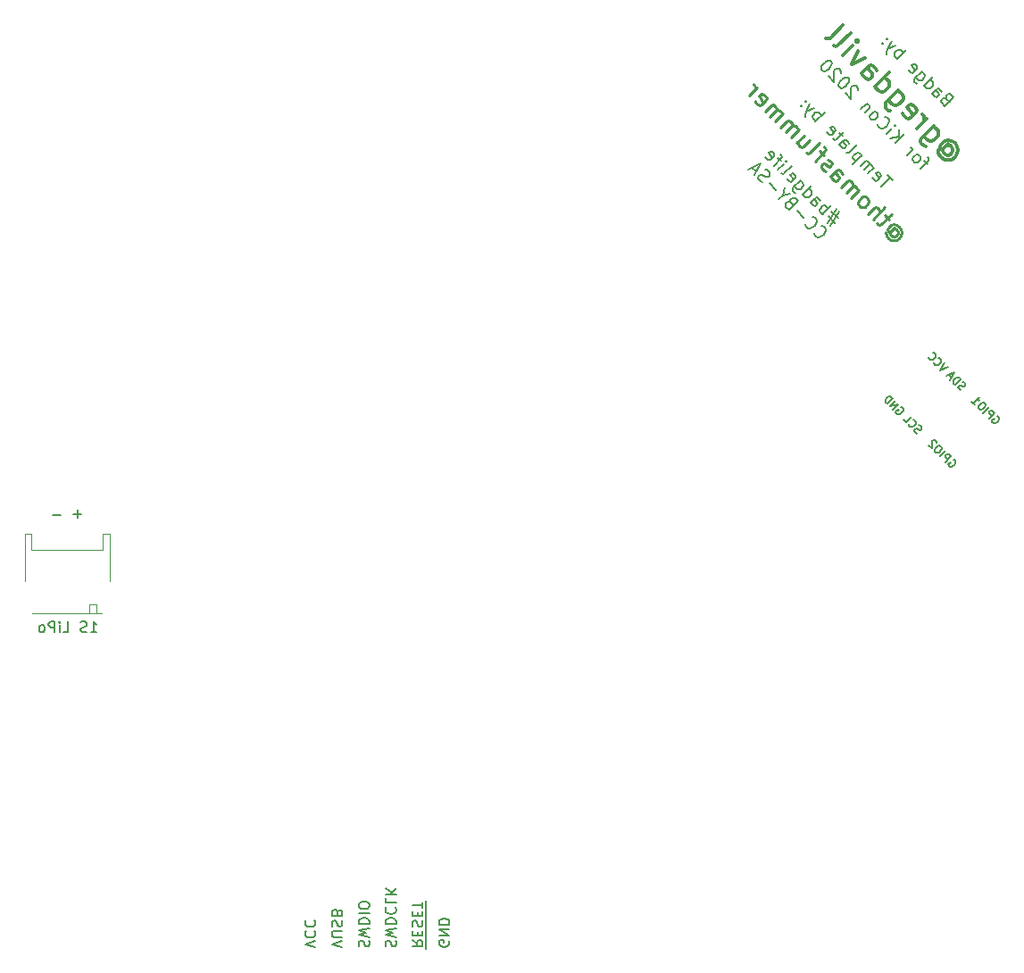
<source format=gbo>
G04 #@! TF.GenerationSoftware,KiCad,Pcbnew,5.99.0-unknown-748bee1bc~104~ubuntu20.04.1*
G04 #@! TF.CreationDate,2020-09-24T12:18:17+09:30*
G04 #@! TF.ProjectId,badge,62616467-652e-46b6-9963-61645f706362,0.1*
G04 #@! TF.SameCoordinates,Original*
G04 #@! TF.FileFunction,Legend,Bot*
G04 #@! TF.FilePolarity,Positive*
%FSLAX46Y46*%
G04 Gerber Fmt 4.6, Leading zero omitted, Abs format (unit mm)*
G04 Created by KiCad (PCBNEW 5.99.0-unknown-748bee1bc~104~ubuntu20.04.1) date 2020-09-24 12:18:17*
%MOMM*%
%LPD*%
G01*
G04 APERTURE LIST*
%ADD10C,0.350000*%
%ADD11C,0.200000*%
%ADD12C,0.250000*%
%ADD13C,0.150000*%
%ADD14C,0.120000*%
%ADD15C,0.650000*%
%ADD16O,0.900000X2.100000*%
%ADD17O,1.000000X1.800000*%
%ADD18C,1.727200*%
%ADD19R,0.800000X3.000000*%
%ADD20R,0.900000X1.700000*%
G04 APERTURE END LIST*
D10*
X141566437Y-68472636D02*
X141701124Y-68472636D01*
X141903154Y-68539980D01*
X142037841Y-68674667D01*
X142105185Y-68876697D01*
X142105185Y-69011384D01*
X142037841Y-69213415D01*
X141903154Y-69348102D01*
X141701124Y-69415446D01*
X141566437Y-69415446D01*
X141364406Y-69348102D01*
X141229719Y-69213415D01*
X141162376Y-69011384D01*
X141162376Y-68876697D01*
X141701124Y-68337949D02*
X141162376Y-68876697D01*
X141027689Y-68876697D01*
X140960345Y-68809354D01*
X140893002Y-68607323D01*
X140960345Y-68405293D01*
X141297063Y-68068575D01*
X141633780Y-68001232D01*
X141970498Y-68068575D01*
X142307216Y-68270606D01*
X142509246Y-68607323D01*
X142576590Y-68944041D01*
X142509246Y-69280759D01*
X142307216Y-69617476D01*
X141970498Y-69819507D01*
X141633780Y-69886850D01*
X141297063Y-69819507D01*
X140960345Y-69617476D01*
X140758315Y-69280759D01*
X140690971Y-68944041D01*
X140286910Y-66654362D02*
X139142071Y-67799201D01*
X139074727Y-68001232D01*
X139074727Y-68135919D01*
X139142071Y-68337949D01*
X139344101Y-68539980D01*
X139546132Y-68607323D01*
X139411445Y-67529827D02*
X139478788Y-67731858D01*
X139748162Y-68001232D01*
X139950193Y-68068575D01*
X140084880Y-68068575D01*
X140286910Y-68001232D01*
X140690971Y-67597171D01*
X140758315Y-67395140D01*
X140758315Y-67260453D01*
X140690971Y-67058423D01*
X140421597Y-66789049D01*
X140219567Y-66721705D01*
X138670666Y-66923736D02*
X139613475Y-65980927D01*
X139344101Y-66250301D02*
X139411445Y-66048270D01*
X139411445Y-65913583D01*
X139344101Y-65711553D01*
X139209414Y-65576866D01*
X137323796Y-65442179D02*
X137391140Y-65644209D01*
X137660514Y-65913583D01*
X137862544Y-65980927D01*
X138064575Y-65913583D01*
X138603323Y-65374835D01*
X138670666Y-65172805D01*
X138603323Y-64970774D01*
X138333949Y-64701400D01*
X138131918Y-64634057D01*
X137929888Y-64701400D01*
X137795201Y-64836087D01*
X138333949Y-65644209D01*
X136919735Y-63287187D02*
X135774896Y-64432026D01*
X135707552Y-64634057D01*
X135707552Y-64768744D01*
X135774896Y-64970774D01*
X135976926Y-65172805D01*
X136178957Y-65240148D01*
X136044270Y-64162652D02*
X136111613Y-64364683D01*
X136380987Y-64634057D01*
X136583018Y-64701400D01*
X136717705Y-64701400D01*
X136919735Y-64634057D01*
X137323796Y-64229996D01*
X137391140Y-64027965D01*
X137391140Y-63893278D01*
X137323796Y-63691248D01*
X137054422Y-63421874D01*
X136852392Y-63354530D01*
X134697400Y-62950469D02*
X136111613Y-61536256D01*
X134764743Y-62883126D02*
X134832087Y-63085156D01*
X135101461Y-63354530D01*
X135303491Y-63421874D01*
X135438178Y-63421874D01*
X135640209Y-63354530D01*
X136044270Y-62950469D01*
X136111613Y-62748439D01*
X136111613Y-62613752D01*
X136044270Y-62411721D01*
X135774896Y-62142347D01*
X135572865Y-62075004D01*
X133417873Y-61670943D02*
X134158652Y-60930164D01*
X134360682Y-60862821D01*
X134562713Y-60930164D01*
X134832087Y-61199538D01*
X134899430Y-61401569D01*
X133485217Y-61603599D02*
X133552560Y-61805630D01*
X133889278Y-62142347D01*
X134091308Y-62209691D01*
X134293339Y-62142347D01*
X134428026Y-62007660D01*
X134495369Y-61805630D01*
X134428026Y-61603599D01*
X134091308Y-61266882D01*
X134023965Y-61064851D01*
X133821934Y-60189386D02*
X132542408Y-60795477D01*
X133148499Y-59515951D01*
X131666942Y-59920012D02*
X132609751Y-58977203D01*
X133081156Y-58505798D02*
X133081156Y-58640485D01*
X132946469Y-58640485D01*
X132946469Y-58505798D01*
X133081156Y-58505798D01*
X132946469Y-58640485D01*
X130791476Y-59044546D02*
X130993507Y-59111890D01*
X131195538Y-59044546D01*
X132407721Y-57832363D01*
X130050698Y-58303768D02*
X130252728Y-58371111D01*
X130454759Y-58303768D01*
X131666942Y-57091584D01*
D11*
X57495443Y-103514461D02*
X56733538Y-103514461D01*
X88358128Y-144473757D02*
X88310509Y-144330900D01*
X88310509Y-144092805D01*
X88358128Y-143997567D01*
X88405747Y-143949948D01*
X88500985Y-143902329D01*
X88596223Y-143902329D01*
X88691461Y-143949948D01*
X88739080Y-143997567D01*
X88786699Y-144092805D01*
X88834318Y-144283281D01*
X88881937Y-144378519D01*
X88929556Y-144426138D01*
X89024794Y-144473757D01*
X89120032Y-144473757D01*
X89215270Y-144426138D01*
X89262890Y-144378519D01*
X89310509Y-144283281D01*
X89310509Y-144045186D01*
X89262890Y-143902329D01*
X89310509Y-143568995D02*
X88310509Y-143330900D01*
X89024794Y-143140424D01*
X88310509Y-142949948D01*
X89310509Y-142711853D01*
X88310509Y-142330900D02*
X89310509Y-142330900D01*
X89310509Y-142092805D01*
X89262890Y-141949948D01*
X89167651Y-141854710D01*
X89072413Y-141807091D01*
X88881937Y-141759472D01*
X88739080Y-141759472D01*
X88548604Y-141807091D01*
X88453366Y-141854710D01*
X88358128Y-141949948D01*
X88310509Y-142092805D01*
X88310509Y-142330900D01*
X88405747Y-140759472D02*
X88358128Y-140807091D01*
X88310509Y-140949948D01*
X88310509Y-141045186D01*
X88358128Y-141188043D01*
X88453366Y-141283281D01*
X88548604Y-141330900D01*
X88739080Y-141378519D01*
X88881937Y-141378519D01*
X89072413Y-141330900D01*
X89167651Y-141283281D01*
X89262890Y-141188043D01*
X89310509Y-141045186D01*
X89310509Y-140949948D01*
X89262890Y-140807091D01*
X89215270Y-140759472D01*
X88310509Y-139854710D02*
X88310509Y-140330900D01*
X89310509Y-140330900D01*
X88310509Y-139521376D02*
X89310509Y-139521376D01*
X88310509Y-138949948D02*
X88881937Y-139378519D01*
X89310509Y-138949948D02*
X88739080Y-139521376D01*
X92107490Y-144689634D02*
X92107490Y-143689634D01*
X90825109Y-143880110D02*
X91301299Y-144213443D01*
X90825109Y-144451538D02*
X91825109Y-144451538D01*
X91825109Y-144070586D01*
X91777490Y-143975348D01*
X91729870Y-143927729D01*
X91634632Y-143880110D01*
X91491775Y-143880110D01*
X91396537Y-143927729D01*
X91348918Y-143975348D01*
X91301299Y-144070586D01*
X91301299Y-144451538D01*
X92107490Y-143689634D02*
X92107490Y-142784872D01*
X91348918Y-143451538D02*
X91348918Y-143118205D01*
X90825109Y-142975348D02*
X90825109Y-143451538D01*
X91825109Y-143451538D01*
X91825109Y-142975348D01*
X92107490Y-142784872D02*
X92107490Y-141832491D01*
X90872728Y-142594395D02*
X90825109Y-142451538D01*
X90825109Y-142213443D01*
X90872728Y-142118205D01*
X90920347Y-142070586D01*
X91015585Y-142022967D01*
X91110823Y-142022967D01*
X91206061Y-142070586D01*
X91253680Y-142118205D01*
X91301299Y-142213443D01*
X91348918Y-142403919D01*
X91396537Y-142499157D01*
X91444156Y-142546776D01*
X91539394Y-142594395D01*
X91634632Y-142594395D01*
X91729870Y-142546776D01*
X91777490Y-142499157D01*
X91825109Y-142403919D01*
X91825109Y-142165824D01*
X91777490Y-142022967D01*
X92107490Y-141832491D02*
X92107490Y-140927729D01*
X91348918Y-141594395D02*
X91348918Y-141261062D01*
X90825109Y-141118205D02*
X90825109Y-141594395D01*
X91825109Y-141594395D01*
X91825109Y-141118205D01*
X92107490Y-140927729D02*
X92107490Y-140165824D01*
X91825109Y-140832491D02*
X91825109Y-140261062D01*
X90825109Y-140546776D02*
X91825109Y-140546776D01*
X81665109Y-144568995D02*
X80665109Y-144235662D01*
X81665109Y-143902329D01*
X80760347Y-142997567D02*
X80712728Y-143045186D01*
X80665109Y-143188043D01*
X80665109Y-143283281D01*
X80712728Y-143426138D01*
X80807966Y-143521376D01*
X80903204Y-143568995D01*
X81093680Y-143616614D01*
X81236537Y-143616614D01*
X81427013Y-143568995D01*
X81522251Y-143521376D01*
X81617490Y-143426138D01*
X81665109Y-143283281D01*
X81665109Y-143188043D01*
X81617490Y-143045186D01*
X81569870Y-142997567D01*
X80760347Y-141997567D02*
X80712728Y-142045186D01*
X80665109Y-142188043D01*
X80665109Y-142283281D01*
X80712728Y-142426138D01*
X80807966Y-142521376D01*
X80903204Y-142568995D01*
X81093680Y-142616614D01*
X81236537Y-142616614D01*
X81427013Y-142568995D01*
X81522251Y-142521376D01*
X81617490Y-142426138D01*
X81665109Y-142283281D01*
X81665109Y-142188043D01*
X81617490Y-142045186D01*
X81569870Y-141997567D01*
X84205109Y-144568995D02*
X83205109Y-144235662D01*
X84205109Y-143902329D01*
X84205109Y-143568995D02*
X83395585Y-143568995D01*
X83300347Y-143521376D01*
X83252728Y-143473757D01*
X83205109Y-143378519D01*
X83205109Y-143188043D01*
X83252728Y-143092805D01*
X83300347Y-143045186D01*
X83395585Y-142997567D01*
X84205109Y-142997567D01*
X83252728Y-142568995D02*
X83205109Y-142426138D01*
X83205109Y-142188043D01*
X83252728Y-142092805D01*
X83300347Y-142045186D01*
X83395585Y-141997567D01*
X83490823Y-141997567D01*
X83586061Y-142045186D01*
X83633680Y-142092805D01*
X83681299Y-142188043D01*
X83728918Y-142378519D01*
X83776537Y-142473757D01*
X83824156Y-142521376D01*
X83919394Y-142568995D01*
X84014632Y-142568995D01*
X84109870Y-142521376D01*
X84157490Y-142473757D01*
X84205109Y-142378519D01*
X84205109Y-142140424D01*
X84157490Y-141997567D01*
X83728918Y-141235662D02*
X83681299Y-141092805D01*
X83633680Y-141045186D01*
X83538442Y-140997567D01*
X83395585Y-140997567D01*
X83300347Y-141045186D01*
X83252728Y-141092805D01*
X83205109Y-141188043D01*
X83205109Y-141568995D01*
X84205109Y-141568995D01*
X84205109Y-141235662D01*
X84157490Y-141140424D01*
X84109870Y-141092805D01*
X84014632Y-141045186D01*
X83919394Y-141045186D01*
X83824156Y-141092805D01*
X83776537Y-141140424D01*
X83728918Y-141235662D01*
X83728918Y-141568995D01*
X85818128Y-144473757D02*
X85770509Y-144330900D01*
X85770509Y-144092805D01*
X85818128Y-143997567D01*
X85865747Y-143949948D01*
X85960985Y-143902329D01*
X86056223Y-143902329D01*
X86151461Y-143949948D01*
X86199080Y-143997567D01*
X86246699Y-144092805D01*
X86294318Y-144283281D01*
X86341937Y-144378519D01*
X86389556Y-144426138D01*
X86484794Y-144473757D01*
X86580032Y-144473757D01*
X86675270Y-144426138D01*
X86722890Y-144378519D01*
X86770509Y-144283281D01*
X86770509Y-144045186D01*
X86722890Y-143902329D01*
X86770509Y-143568995D02*
X85770509Y-143330900D01*
X86484794Y-143140424D01*
X85770509Y-142949948D01*
X86770509Y-142711853D01*
X85770509Y-142330900D02*
X86770509Y-142330900D01*
X86770509Y-142092805D01*
X86722890Y-141949948D01*
X86627651Y-141854710D01*
X86532413Y-141807091D01*
X86341937Y-141759472D01*
X86199080Y-141759472D01*
X86008604Y-141807091D01*
X85913366Y-141854710D01*
X85818128Y-141949948D01*
X85770509Y-142092805D01*
X85770509Y-142330900D01*
X85770509Y-141330900D02*
X86770509Y-141330900D01*
X86770509Y-140664234D02*
X86770509Y-140473757D01*
X86722890Y-140378519D01*
X86627651Y-140283281D01*
X86437175Y-140235662D01*
X86103842Y-140235662D01*
X85913366Y-140283281D01*
X85818128Y-140378519D01*
X85770509Y-140473757D01*
X85770509Y-140664234D01*
X85818128Y-140759472D01*
X85913366Y-140854710D01*
X86103842Y-140902329D01*
X86437175Y-140902329D01*
X86627651Y-140854710D01*
X86722890Y-140759472D01*
X86770509Y-140664234D01*
D12*
X136446979Y-76366647D02*
X136554728Y-76366647D01*
X136716353Y-76420522D01*
X136824102Y-76528271D01*
X136877977Y-76689896D01*
X136877977Y-76797645D01*
X136824102Y-76959270D01*
X136716353Y-77067019D01*
X136554728Y-77120894D01*
X136446979Y-77120894D01*
X136285354Y-77067019D01*
X136177605Y-76959270D01*
X136123730Y-76797645D01*
X136123730Y-76689896D01*
X136554728Y-76258897D02*
X136123730Y-76689896D01*
X136015980Y-76689896D01*
X135962106Y-76636021D01*
X135908231Y-76474397D01*
X135962106Y-76312772D01*
X136231480Y-76043398D01*
X136500854Y-75989523D01*
X136770228Y-76043398D01*
X137039602Y-76205023D01*
X137201226Y-76474397D01*
X137255101Y-76743771D01*
X137201226Y-77013145D01*
X137039602Y-77282519D01*
X136770228Y-77444143D01*
X136500854Y-77498018D01*
X136231480Y-77444143D01*
X135962106Y-77282519D01*
X135800481Y-77013145D01*
X135746606Y-76743771D01*
X136069855Y-75558525D02*
X135638857Y-75127527D01*
X136285354Y-75019777D02*
X135315608Y-75989523D01*
X135153984Y-76043398D01*
X134992359Y-75989523D01*
X134884610Y-75881774D01*
X134507486Y-75504650D02*
X135638857Y-74373279D01*
X134022613Y-75019777D02*
X134615235Y-74427154D01*
X134776860Y-74373279D01*
X134938484Y-74427154D01*
X135100109Y-74588778D01*
X135153984Y-74750403D01*
X135153984Y-74858153D01*
X133322240Y-74319404D02*
X133483865Y-74373279D01*
X133591614Y-74373279D01*
X133753239Y-74319404D01*
X134076487Y-73996156D01*
X134130362Y-73834531D01*
X134130362Y-73726782D01*
X134076487Y-73565157D01*
X133914863Y-73403533D01*
X133753239Y-73349658D01*
X133645489Y-73349658D01*
X133483865Y-73403533D01*
X133160616Y-73726782D01*
X133106741Y-73888406D01*
X133106741Y-73996156D01*
X133160616Y-74157780D01*
X133322240Y-74319404D01*
X132460243Y-73457408D02*
X133214491Y-72703160D01*
X133106741Y-72810910D02*
X133106741Y-72703160D01*
X133052866Y-72541536D01*
X132891242Y-72379912D01*
X132729617Y-72326037D01*
X132567993Y-72379912D01*
X131975370Y-72972534D01*
X132567993Y-72379912D02*
X132621868Y-72218287D01*
X132567993Y-72056663D01*
X132406369Y-71895038D01*
X132244744Y-71841164D01*
X132083120Y-71895038D01*
X131490497Y-72487661D01*
X130466876Y-71464040D02*
X131059499Y-70871417D01*
X131221123Y-70817542D01*
X131382747Y-70871417D01*
X131598247Y-71086916D01*
X131652121Y-71248541D01*
X130520751Y-71410165D02*
X130574625Y-71571790D01*
X130843999Y-71841164D01*
X131005624Y-71895038D01*
X131167248Y-71841164D01*
X131274998Y-71733414D01*
X131328873Y-71571790D01*
X131274998Y-71410165D01*
X131005624Y-71140791D01*
X130951749Y-70979167D01*
X130035877Y-70925292D02*
X129874253Y-70871417D01*
X129658754Y-70655918D01*
X129604879Y-70494294D01*
X129658754Y-70332669D01*
X129712628Y-70278794D01*
X129874253Y-70224920D01*
X130035877Y-70278794D01*
X130197502Y-70440419D01*
X130359126Y-70494294D01*
X130520751Y-70440419D01*
X130574625Y-70386544D01*
X130628500Y-70224920D01*
X130574625Y-70063295D01*
X130413001Y-69901671D01*
X130251377Y-69847796D01*
X129928128Y-69416797D02*
X129497129Y-68985799D01*
X129012256Y-70009420D02*
X129982002Y-69039674D01*
X130035877Y-68878049D01*
X129982002Y-68716425D01*
X129874253Y-68608675D01*
X128204134Y-69201298D02*
X128365758Y-69255173D01*
X128527383Y-69201298D01*
X129497129Y-68231552D01*
X128042510Y-67531179D02*
X127288262Y-68285427D01*
X128527383Y-68016053D02*
X127934760Y-68608675D01*
X127773136Y-68662550D01*
X127611511Y-68608675D01*
X127449887Y-68447051D01*
X127396012Y-68285427D01*
X127396012Y-68177677D01*
X126749514Y-67746679D02*
X127503762Y-66992431D01*
X127396012Y-67100181D02*
X127396012Y-66992431D01*
X127342137Y-66830807D01*
X127180513Y-66669183D01*
X127018888Y-66615308D01*
X126857264Y-66669183D01*
X126264641Y-67261805D01*
X126857264Y-66669183D02*
X126911139Y-66507558D01*
X126857264Y-66345934D01*
X126695640Y-66184309D01*
X126534015Y-66130435D01*
X126372391Y-66184309D01*
X125779768Y-66776932D01*
X125241020Y-66238184D02*
X125995267Y-65483937D01*
X125887518Y-65591687D02*
X125887518Y-65483937D01*
X125833643Y-65322312D01*
X125672018Y-65160688D01*
X125510394Y-65106813D01*
X125348769Y-65160688D01*
X124756147Y-65753311D01*
X125348769Y-65160688D02*
X125402644Y-64999064D01*
X125348769Y-64837439D01*
X125187145Y-64675815D01*
X125025521Y-64621940D01*
X124863896Y-64675815D01*
X124271273Y-65268438D01*
X123355402Y-64244816D02*
X123409277Y-64406441D01*
X123624776Y-64621940D01*
X123786400Y-64675815D01*
X123948025Y-64621940D01*
X124379023Y-64190942D01*
X124432898Y-64029317D01*
X124379023Y-63867693D01*
X124163524Y-63652194D01*
X124001899Y-63598319D01*
X123840275Y-63652194D01*
X123732525Y-63759943D01*
X124163524Y-64406441D01*
X122762779Y-63759943D02*
X123517026Y-63005696D01*
X123301527Y-63221195D02*
X123355402Y-63059571D01*
X123355402Y-62951821D01*
X123301527Y-62790197D01*
X123193777Y-62682447D01*
D11*
X60347956Y-114665013D02*
X60919385Y-114665013D01*
X60633670Y-114665013D02*
X60633670Y-113665013D01*
X60728909Y-113807871D01*
X60824147Y-113903109D01*
X60919385Y-113950728D01*
X59967004Y-114617394D02*
X59824147Y-114665013D01*
X59586051Y-114665013D01*
X59490813Y-114617394D01*
X59443194Y-114569775D01*
X59395575Y-114474537D01*
X59395575Y-114379299D01*
X59443194Y-114284061D01*
X59490813Y-114236442D01*
X59586051Y-114188823D01*
X59776528Y-114141204D01*
X59871766Y-114093585D01*
X59919385Y-114045966D01*
X59967004Y-113950728D01*
X59967004Y-113855490D01*
X59919385Y-113760252D01*
X59871766Y-113712633D01*
X59776528Y-113665013D01*
X59538432Y-113665013D01*
X59395575Y-113712633D01*
X57728909Y-114665013D02*
X58205099Y-114665013D01*
X58205099Y-113665013D01*
X57395575Y-114665013D02*
X57395575Y-113998347D01*
X57395575Y-113665013D02*
X57443194Y-113712633D01*
X57395575Y-113760252D01*
X57347956Y-113712633D01*
X57395575Y-113665013D01*
X57395575Y-113760252D01*
X56919385Y-114665013D02*
X56919385Y-113665013D01*
X56538432Y-113665013D01*
X56443194Y-113712633D01*
X56395575Y-113760252D01*
X56347956Y-113855490D01*
X56347956Y-113998347D01*
X56395575Y-114093585D01*
X56443194Y-114141204D01*
X56538432Y-114188823D01*
X56919385Y-114188823D01*
X55776528Y-114665013D02*
X55871766Y-114617394D01*
X55919385Y-114569775D01*
X55967004Y-114474537D01*
X55967004Y-114188823D01*
X55919385Y-114093585D01*
X55871766Y-114045966D01*
X55776528Y-113998347D01*
X55633670Y-113998347D01*
X55538432Y-114045966D01*
X55490813Y-114093585D01*
X55443194Y-114188823D01*
X55443194Y-114474537D01*
X55490813Y-114569775D01*
X55538432Y-114617394D01*
X55633670Y-114665013D01*
X55776528Y-114665013D01*
D13*
X141511890Y-64069043D02*
X141350266Y-63988231D01*
X141269454Y-63988231D01*
X141148236Y-64028637D01*
X141027017Y-64149855D01*
X140986611Y-64271074D01*
X140986611Y-64351886D01*
X141027017Y-64473104D01*
X141350266Y-64796353D01*
X142198794Y-63947825D01*
X141915951Y-63664982D01*
X141794733Y-63624576D01*
X141713921Y-63624576D01*
X141592703Y-63664982D01*
X141511890Y-63745794D01*
X141471484Y-63867013D01*
X141471484Y-63947825D01*
X141511890Y-64069043D01*
X141794733Y-64351886D01*
X140138083Y-63584170D02*
X140582550Y-63139703D01*
X140703768Y-63099297D01*
X140824987Y-63139703D01*
X140986611Y-63301327D01*
X141027017Y-63422545D01*
X140178489Y-63543764D02*
X140218895Y-63664982D01*
X140420926Y-63867013D01*
X140542144Y-63907419D01*
X140663362Y-63867013D01*
X140744174Y-63786200D01*
X140784581Y-63664982D01*
X140744174Y-63543764D01*
X140542144Y-63341733D01*
X140501738Y-63220515D01*
X139370367Y-62816454D02*
X140218895Y-61967926D01*
X139410773Y-62776048D02*
X139451179Y-62897266D01*
X139612804Y-63058891D01*
X139734022Y-63099297D01*
X139814834Y-63099297D01*
X139936052Y-63058891D01*
X140178489Y-62816454D01*
X140218895Y-62695236D01*
X140218895Y-62614423D01*
X140178489Y-62493205D01*
X140016865Y-62331581D01*
X139895646Y-62291175D01*
X139168337Y-61483053D02*
X138481433Y-62169956D01*
X138441027Y-62291175D01*
X138441027Y-62371987D01*
X138481433Y-62493205D01*
X138602651Y-62614423D01*
X138723869Y-62654830D01*
X138643057Y-62008332D02*
X138683463Y-62129550D01*
X138845088Y-62291175D01*
X138966306Y-62331581D01*
X139047118Y-62331581D01*
X139168337Y-62291175D01*
X139410773Y-62048738D01*
X139451179Y-61927520D01*
X139451179Y-61846708D01*
X139410773Y-61725489D01*
X139249149Y-61563865D01*
X139127930Y-61523459D01*
X137915747Y-61281022D02*
X137956153Y-61402240D01*
X138117778Y-61563865D01*
X138238996Y-61604271D01*
X138360214Y-61563865D01*
X138683463Y-61240616D01*
X138723869Y-61119398D01*
X138683463Y-60998179D01*
X138521839Y-60836555D01*
X138400621Y-60796149D01*
X138279402Y-60836555D01*
X138198590Y-60917367D01*
X138521839Y-61402240D01*
X136824783Y-60270870D02*
X137673311Y-59422341D01*
X137350062Y-59745590D02*
X137309656Y-59624372D01*
X137148031Y-59462748D01*
X137026813Y-59422341D01*
X136946001Y-59422341D01*
X136824783Y-59462748D01*
X136582346Y-59705184D01*
X136541940Y-59826402D01*
X136541940Y-59907215D01*
X136582346Y-60028433D01*
X136743970Y-60190057D01*
X136865189Y-60230463D01*
X136703564Y-59018280D02*
X135935848Y-59381935D01*
X136299503Y-58614219D02*
X135935848Y-59381935D01*
X135814630Y-59664778D01*
X135814630Y-59745590D01*
X135855036Y-59866809D01*
X135491381Y-58775844D02*
X135410569Y-58775844D01*
X135410569Y-58856656D01*
X135491381Y-58856656D01*
X135491381Y-58775844D01*
X135410569Y-58856656D01*
X135935848Y-58331377D02*
X135855036Y-58331377D01*
X135855036Y-58412189D01*
X135935848Y-58412189D01*
X135935848Y-58331377D01*
X135855036Y-58412189D01*
X139736851Y-70248347D02*
X139413602Y-69925099D01*
X139049948Y-70692814D02*
X139777257Y-69965505D01*
X139817663Y-69844286D01*
X139777257Y-69723068D01*
X139696445Y-69642256D01*
X138443856Y-70086723D02*
X138565074Y-70127129D01*
X138645887Y-70127129D01*
X138767105Y-70086723D01*
X139009541Y-69844286D01*
X139049948Y-69723068D01*
X139049948Y-69642256D01*
X139009541Y-69521038D01*
X138888323Y-69399819D01*
X138767105Y-69359413D01*
X138686293Y-69359413D01*
X138565074Y-69399819D01*
X138322638Y-69642256D01*
X138282232Y-69763474D01*
X138282232Y-69844286D01*
X138322638Y-69965505D01*
X138443856Y-70086723D01*
X137797358Y-69440225D02*
X138363044Y-68874540D01*
X138201419Y-69036164D02*
X138241826Y-68914946D01*
X138241826Y-68834134D01*
X138201419Y-68712915D01*
X138120607Y-68632103D01*
X136625581Y-68268448D02*
X137474110Y-67419920D01*
X136140708Y-67783575D02*
X136989236Y-67662357D01*
X136989236Y-66935047D02*
X136989236Y-67904793D01*
X135777053Y-67419920D02*
X136342739Y-66854235D01*
X136625581Y-66571392D02*
X136625581Y-66652204D01*
X136544769Y-66652204D01*
X136544769Y-66571392D01*
X136625581Y-66571392D01*
X136544769Y-66652204D01*
X134968931Y-66450174D02*
X134968931Y-66530986D01*
X135049743Y-66692610D01*
X135130556Y-66773423D01*
X135292180Y-66854235D01*
X135453804Y-66854235D01*
X135575023Y-66813829D01*
X135777053Y-66692610D01*
X135898272Y-66571392D01*
X136019490Y-66369362D01*
X136059896Y-66248143D01*
X136059896Y-66086519D01*
X135979084Y-65924894D01*
X135898272Y-65844082D01*
X135736647Y-65763270D01*
X135655835Y-65763270D01*
X134403246Y-66046113D02*
X134524464Y-66086519D01*
X134605276Y-66086519D01*
X134726495Y-66046113D01*
X134968931Y-65803676D01*
X135009337Y-65682458D01*
X135009337Y-65601646D01*
X134968931Y-65480427D01*
X134847713Y-65359209D01*
X134726495Y-65318803D01*
X134645682Y-65318803D01*
X134524464Y-65359209D01*
X134282028Y-65601646D01*
X134241621Y-65722864D01*
X134241621Y-65803676D01*
X134282028Y-65924894D01*
X134403246Y-66046113D01*
X134322434Y-64833930D02*
X133756748Y-65399615D01*
X134241621Y-64914742D02*
X134241621Y-64833930D01*
X134201215Y-64712711D01*
X134079997Y-64591493D01*
X133958779Y-64551087D01*
X133837560Y-64591493D01*
X133393093Y-65035960D01*
X133150657Y-63258092D02*
X133150657Y-63177280D01*
X133110251Y-63056061D01*
X132908220Y-62854031D01*
X132787002Y-62813625D01*
X132706190Y-62813625D01*
X132584971Y-62854031D01*
X132504159Y-62934843D01*
X132423347Y-63096467D01*
X132423347Y-64066214D01*
X131898068Y-63540934D01*
X132221316Y-62167127D02*
X132140504Y-62086315D01*
X132019286Y-62045909D01*
X131938474Y-62045909D01*
X131817255Y-62086315D01*
X131615225Y-62207533D01*
X131413194Y-62409564D01*
X131291976Y-62611594D01*
X131251570Y-62732812D01*
X131251570Y-62813625D01*
X131291976Y-62934843D01*
X131372788Y-63015655D01*
X131494007Y-63056061D01*
X131574819Y-63056061D01*
X131696037Y-63015655D01*
X131898068Y-62894437D01*
X132100098Y-62692406D01*
X132221316Y-62490376D01*
X132261722Y-62369158D01*
X132261722Y-62288345D01*
X132221316Y-62167127D01*
X131534413Y-61641848D02*
X131534413Y-61561035D01*
X131494007Y-61439817D01*
X131291976Y-61237787D01*
X131170758Y-61197381D01*
X131089945Y-61197381D01*
X130968727Y-61237787D01*
X130887915Y-61318599D01*
X130807103Y-61480223D01*
X130807103Y-62449970D01*
X130281823Y-61924690D01*
X130605072Y-60550883D02*
X130524260Y-60470071D01*
X130403042Y-60429665D01*
X130322230Y-60429665D01*
X130201011Y-60470071D01*
X129998981Y-60591289D01*
X129796950Y-60793320D01*
X129675732Y-60995350D01*
X129635326Y-61116568D01*
X129635326Y-61197381D01*
X129675732Y-61318599D01*
X129756544Y-61399411D01*
X129877762Y-61439817D01*
X129958575Y-61439817D01*
X130079793Y-61399411D01*
X130281823Y-61278193D01*
X130483854Y-61076162D01*
X130605072Y-60874132D01*
X130645478Y-60752913D01*
X130645478Y-60672101D01*
X130605072Y-60550883D01*
X136398500Y-71808830D02*
X135913627Y-71323957D01*
X135307535Y-72414922D02*
X136156063Y-71566394D01*
X134499413Y-71525988D02*
X134539819Y-71647206D01*
X134701443Y-71808830D01*
X134822662Y-71849237D01*
X134943880Y-71808830D01*
X135267129Y-71485582D01*
X135307535Y-71364363D01*
X135267129Y-71243145D01*
X135105504Y-71081521D01*
X134984286Y-71041114D01*
X134863068Y-71081521D01*
X134782256Y-71162333D01*
X135105504Y-71647206D01*
X134054946Y-71162333D02*
X134620631Y-70596647D01*
X134539819Y-70677460D02*
X134539819Y-70596647D01*
X134499413Y-70475429D01*
X134378195Y-70354211D01*
X134256976Y-70313805D01*
X134135758Y-70354211D01*
X133691291Y-70798678D01*
X134135758Y-70354211D02*
X134176164Y-70232992D01*
X134135758Y-70111774D01*
X134014540Y-69990556D01*
X133893321Y-69950150D01*
X133772103Y-69990556D01*
X133327636Y-70435023D01*
X133489260Y-69465277D02*
X132640732Y-70313805D01*
X133448854Y-69505683D02*
X133408448Y-69384464D01*
X133246824Y-69222840D01*
X133125606Y-69182434D01*
X133044793Y-69182434D01*
X132923575Y-69222840D01*
X132681138Y-69465277D01*
X132640732Y-69586495D01*
X132640732Y-69667307D01*
X132681138Y-69788525D01*
X132842763Y-69950150D01*
X132963981Y-69990556D01*
X132034641Y-69142028D02*
X132155859Y-69182434D01*
X132277077Y-69142028D01*
X133004387Y-68414718D01*
X131347737Y-68455124D02*
X131792204Y-68010657D01*
X131913422Y-67970251D01*
X132034641Y-68010657D01*
X132196265Y-68172281D01*
X132236671Y-68293500D01*
X131388143Y-68414718D02*
X131428549Y-68535936D01*
X131630580Y-68737967D01*
X131751798Y-68778373D01*
X131873016Y-68737967D01*
X131953829Y-68657154D01*
X131994235Y-68535936D01*
X131953829Y-68414718D01*
X131751798Y-68212687D01*
X131711392Y-68091469D01*
X131630580Y-67606596D02*
X131307331Y-67283347D01*
X131792204Y-67202535D02*
X131064894Y-67929845D01*
X130943676Y-67970251D01*
X130822458Y-67929845D01*
X130741645Y-67849032D01*
X130175960Y-67202535D02*
X130216366Y-67323753D01*
X130377991Y-67485378D01*
X130499209Y-67525784D01*
X130620427Y-67485378D01*
X130943676Y-67162129D01*
X130984082Y-67040910D01*
X130943676Y-66919692D01*
X130782052Y-66758068D01*
X130660833Y-66717662D01*
X130539615Y-66758068D01*
X130458803Y-66838880D01*
X130782052Y-67323753D01*
X129084995Y-66192382D02*
X129933523Y-65343854D01*
X129610275Y-65667103D02*
X129569869Y-65545885D01*
X129408244Y-65384260D01*
X129287026Y-65343854D01*
X129206214Y-65343854D01*
X129084995Y-65384260D01*
X128842559Y-65626697D01*
X128802153Y-65747915D01*
X128802153Y-65828727D01*
X128842559Y-65949946D01*
X129004183Y-66111570D01*
X129125401Y-66151976D01*
X128963777Y-64939793D02*
X128196061Y-65303448D01*
X128559716Y-64535732D02*
X128196061Y-65303448D01*
X128074843Y-65586291D01*
X128074843Y-65667103D01*
X128115249Y-65788321D01*
X127751594Y-64697356D02*
X127670782Y-64697356D01*
X127670782Y-64778169D01*
X127751594Y-64778169D01*
X127751594Y-64697356D01*
X127670782Y-64778169D01*
X128196061Y-64252889D02*
X128115249Y-64252889D01*
X128115249Y-64333702D01*
X128196061Y-64333702D01*
X128196061Y-64252889D01*
X128115249Y-64333702D01*
X131209145Y-75381941D02*
X130603053Y-74775850D01*
X131330363Y-74775850D02*
X130481835Y-76109251D01*
X130320211Y-75220317D02*
X130926302Y-75826408D01*
X130198992Y-75826408D02*
X131047521Y-74493007D01*
X129754525Y-75058692D02*
X130603053Y-74210164D01*
X130279805Y-74533413D02*
X130239399Y-74412195D01*
X130077774Y-74250570D01*
X129956556Y-74210164D01*
X129875744Y-74210164D01*
X129754525Y-74250570D01*
X129512089Y-74493007D01*
X129471683Y-74614225D01*
X129471683Y-74695037D01*
X129512089Y-74816256D01*
X129673713Y-74977880D01*
X129794931Y-75018286D01*
X128623154Y-73927321D02*
X129067622Y-73482854D01*
X129188840Y-73442448D01*
X129310058Y-73482854D01*
X129471683Y-73644479D01*
X129512089Y-73765697D01*
X128663561Y-73886915D02*
X128703967Y-74008134D01*
X128905997Y-74210164D01*
X129027216Y-74250570D01*
X129148434Y-74210164D01*
X129229246Y-74129352D01*
X129269652Y-74008134D01*
X129229246Y-73886915D01*
X129027216Y-73684885D01*
X128986809Y-73563667D01*
X127855439Y-73159605D02*
X128703967Y-72311077D01*
X127895845Y-73119199D02*
X127936251Y-73240418D01*
X128097875Y-73402042D01*
X128219093Y-73442448D01*
X128299906Y-73442448D01*
X128421124Y-73402042D01*
X128663561Y-73159605D01*
X128703967Y-73038387D01*
X128703967Y-72957575D01*
X128663561Y-72836357D01*
X128501936Y-72674732D01*
X128380718Y-72634326D01*
X127653408Y-71826204D02*
X126966504Y-72513108D01*
X126926098Y-72634326D01*
X126926098Y-72715138D01*
X126966504Y-72836357D01*
X127087723Y-72957575D01*
X127208941Y-72997981D01*
X127128129Y-72351483D02*
X127168535Y-72472702D01*
X127330159Y-72634326D01*
X127451378Y-72674732D01*
X127532190Y-72674732D01*
X127653408Y-72634326D01*
X127895845Y-72391890D01*
X127936251Y-72270671D01*
X127936251Y-72189859D01*
X127895845Y-72068641D01*
X127734220Y-71907016D01*
X127613002Y-71866610D01*
X126400819Y-71624174D02*
X126441225Y-71745392D01*
X126602849Y-71907016D01*
X126724068Y-71947422D01*
X126845286Y-71907016D01*
X127168535Y-71583768D01*
X127208941Y-71462549D01*
X127168535Y-71341331D01*
X127006910Y-71179706D01*
X126885692Y-71139300D01*
X126764474Y-71179706D01*
X126683662Y-71260519D01*
X127006910Y-71745392D01*
X125835133Y-71139300D02*
X125956352Y-71179706D01*
X126077570Y-71139300D01*
X126804880Y-70411991D01*
X125511885Y-70816052D02*
X126077570Y-70250366D01*
X126360413Y-69967523D02*
X126360413Y-70048336D01*
X126279601Y-70048336D01*
X126279601Y-69967523D01*
X126360413Y-69967523D01*
X126279601Y-70048336D01*
X125794727Y-69967523D02*
X125471479Y-69644275D01*
X125107824Y-70411991D02*
X125835133Y-69684681D01*
X125875540Y-69563462D01*
X125835133Y-69442244D01*
X125754321Y-69361432D01*
X124340108Y-69563462D02*
X124380514Y-69684681D01*
X124542138Y-69846305D01*
X124663357Y-69886711D01*
X124784575Y-69846305D01*
X125107824Y-69523056D01*
X125148230Y-69401838D01*
X125107824Y-69280620D01*
X124946199Y-69118995D01*
X124824981Y-69078589D01*
X124703763Y-69118995D01*
X124622950Y-69199808D01*
X124946199Y-69684681D01*
X128933878Y-76808680D02*
X128933878Y-76889492D01*
X129014690Y-77051117D01*
X129095502Y-77131929D01*
X129257127Y-77212741D01*
X129418751Y-77212741D01*
X129539969Y-77172335D01*
X129742000Y-77051117D01*
X129863218Y-76929899D01*
X129984436Y-76727868D01*
X130024842Y-76606650D01*
X130024842Y-76445025D01*
X129944030Y-76283401D01*
X129863218Y-76202589D01*
X129701594Y-76121777D01*
X129620781Y-76121777D01*
X128085350Y-75960152D02*
X128085350Y-76040964D01*
X128166162Y-76202589D01*
X128246974Y-76283401D01*
X128408598Y-76364213D01*
X128570223Y-76364213D01*
X128691441Y-76323807D01*
X128893472Y-76202589D01*
X129014690Y-76081370D01*
X129135908Y-75879340D01*
X129176314Y-75758122D01*
X129176314Y-75596497D01*
X129095502Y-75434873D01*
X129014690Y-75354061D01*
X128853066Y-75273248D01*
X128772253Y-75273248D01*
X127964131Y-75354061D02*
X127317634Y-74707563D01*
X126751948Y-73899441D02*
X126590324Y-73818629D01*
X126509512Y-73818629D01*
X126388293Y-73859035D01*
X126267075Y-73980253D01*
X126226669Y-74101471D01*
X126226669Y-74182284D01*
X126267075Y-74303502D01*
X126590324Y-74626751D01*
X127438852Y-73778223D01*
X127156009Y-73495380D01*
X127034791Y-73454974D01*
X126953979Y-73454974D01*
X126832760Y-73495380D01*
X126751948Y-73576192D01*
X126711542Y-73697410D01*
X126711542Y-73778223D01*
X126751948Y-73899441D01*
X127034791Y-74182284D01*
X125984232Y-73212537D02*
X125580171Y-73616598D01*
X126711542Y-73050913D02*
X125984232Y-73212537D01*
X126145857Y-72485227D01*
X125337735Y-72727664D02*
X124691237Y-72081166D01*
X124044739Y-72000354D02*
X123883115Y-71919542D01*
X123681084Y-71717511D01*
X123640678Y-71596293D01*
X123640678Y-71515481D01*
X123681084Y-71394263D01*
X123761897Y-71313450D01*
X123883115Y-71273044D01*
X123963927Y-71273044D01*
X124085145Y-71313450D01*
X124287176Y-71434669D01*
X124408394Y-71475075D01*
X124489207Y-71475075D01*
X124610425Y-71434669D01*
X124691237Y-71353856D01*
X124731643Y-71232638D01*
X124731643Y-71151826D01*
X124691237Y-71030608D01*
X124489207Y-70828577D01*
X124327582Y-70747765D01*
X123438648Y-70990202D02*
X123034587Y-70586141D01*
X123277023Y-71313450D02*
X123842709Y-70182080D01*
X122711338Y-70747765D01*
D11*
X59451243Y-103438262D02*
X58689338Y-103438262D01*
X59070291Y-103819214D02*
X59070291Y-103057310D01*
X94317490Y-143927728D02*
X94365109Y-144022966D01*
X94365109Y-144165823D01*
X94317490Y-144308680D01*
X94222251Y-144403918D01*
X94127013Y-144451537D01*
X93936537Y-144499156D01*
X93793680Y-144499156D01*
X93603204Y-144451537D01*
X93507966Y-144403918D01*
X93412728Y-144308680D01*
X93365109Y-144165823D01*
X93365109Y-144070585D01*
X93412728Y-143927728D01*
X93460347Y-143880109D01*
X93793680Y-143880109D01*
X93793680Y-144070585D01*
X93365109Y-143451537D02*
X94365109Y-143451537D01*
X93365109Y-142880109D01*
X94365109Y-142880109D01*
X93365109Y-142403918D02*
X94365109Y-142403918D01*
X94365109Y-142165823D01*
X94317490Y-142022966D01*
X94222251Y-141927728D01*
X94127013Y-141880109D01*
X93936537Y-141832490D01*
X93793680Y-141832490D01*
X93603204Y-141880109D01*
X93507966Y-141927728D01*
X93412728Y-142022966D01*
X93365109Y-142165823D01*
X93365109Y-142403918D01*
D13*
G04 #@! TO.C,X1*
X138728116Y-95816496D02*
X138627101Y-95765989D01*
X138500832Y-95639720D01*
X138475578Y-95563958D01*
X138475578Y-95513450D01*
X138500832Y-95437689D01*
X138551340Y-95387181D01*
X138627101Y-95361928D01*
X138677609Y-95361928D01*
X138753370Y-95387181D01*
X138879639Y-95462943D01*
X138955401Y-95488197D01*
X139005908Y-95488197D01*
X139081670Y-95462943D01*
X139132177Y-95412435D01*
X139157431Y-95336674D01*
X139157431Y-95286166D01*
X139132177Y-95210405D01*
X139005908Y-95084136D01*
X138904893Y-95033628D01*
X137919994Y-94957867D02*
X137919994Y-95008374D01*
X137970502Y-95109389D01*
X138021010Y-95159897D01*
X138122025Y-95210405D01*
X138223040Y-95210405D01*
X138298802Y-95185151D01*
X138425071Y-95109389D01*
X138500832Y-95033628D01*
X138576594Y-94907359D01*
X138601847Y-94831598D01*
X138601847Y-94730582D01*
X138551340Y-94629567D01*
X138500832Y-94579059D01*
X138399817Y-94528552D01*
X138349309Y-94528552D01*
X137389664Y-94528552D02*
X137642202Y-94781090D01*
X138172533Y-94250760D01*
X141643820Y-89460212D02*
X140936713Y-89813766D01*
X141290267Y-89106659D01*
X140330622Y-89106659D02*
X140330622Y-89157167D01*
X140381129Y-89258182D01*
X140431637Y-89308690D01*
X140532652Y-89359197D01*
X140633668Y-89359197D01*
X140709429Y-89333943D01*
X140835698Y-89258182D01*
X140911460Y-89182420D01*
X140987221Y-89056151D01*
X141012475Y-88980390D01*
X141012475Y-88879375D01*
X140961967Y-88778359D01*
X140911460Y-88727852D01*
X140810444Y-88677344D01*
X140759937Y-88677344D01*
X139800292Y-88576329D02*
X139800292Y-88626837D01*
X139850799Y-88727852D01*
X139901307Y-88778359D01*
X140002322Y-88828867D01*
X140103338Y-88828867D01*
X140179099Y-88803613D01*
X140305368Y-88727852D01*
X140381129Y-88652090D01*
X140456891Y-88525821D01*
X140482145Y-88450060D01*
X140482145Y-88349045D01*
X140431637Y-88248029D01*
X140381129Y-88197522D01*
X140280114Y-88147014D01*
X140229607Y-88147014D01*
X142143341Y-98272077D02*
X142219102Y-98297330D01*
X142294864Y-98373092D01*
X142345371Y-98474107D01*
X142345371Y-98575122D01*
X142320117Y-98650884D01*
X142244356Y-98777153D01*
X142168595Y-98852914D01*
X142042326Y-98928676D01*
X141966564Y-98953930D01*
X141865549Y-98953930D01*
X141764534Y-98903422D01*
X141714026Y-98852914D01*
X141663518Y-98751899D01*
X141663518Y-98701392D01*
X141840295Y-98524615D01*
X141941310Y-98625630D01*
X141385726Y-98524615D02*
X141916056Y-97994285D01*
X141714026Y-97792254D01*
X141638264Y-97767000D01*
X141587757Y-97767000D01*
X141511995Y-97792254D01*
X141436234Y-97868016D01*
X141410980Y-97943777D01*
X141410980Y-97994285D01*
X141436234Y-98070046D01*
X141638264Y-98272077D01*
X140855396Y-97994285D02*
X141385726Y-97463955D01*
X141032173Y-97110401D02*
X140931158Y-97009386D01*
X140855396Y-96984132D01*
X140754381Y-96984132D01*
X140628112Y-97059894D01*
X140451335Y-97236670D01*
X140375574Y-97362939D01*
X140375574Y-97463955D01*
X140400828Y-97539716D01*
X140501843Y-97640731D01*
X140577604Y-97665985D01*
X140678620Y-97665985D01*
X140804889Y-97590224D01*
X140981665Y-97413447D01*
X141057427Y-97287178D01*
X141057427Y-97186163D01*
X141032173Y-97110401D01*
X140552351Y-96731594D02*
X140552351Y-96681086D01*
X140527097Y-96605325D01*
X140400828Y-96479056D01*
X140325066Y-96453802D01*
X140274559Y-96453802D01*
X140198797Y-96479056D01*
X140148289Y-96529564D01*
X140097782Y-96630579D01*
X140097782Y-97236670D01*
X139769482Y-96908371D01*
X137184603Y-93313338D02*
X137260364Y-93338592D01*
X137336125Y-93414354D01*
X137386633Y-93515369D01*
X137386633Y-93616384D01*
X137361379Y-93692146D01*
X137285618Y-93818415D01*
X137209856Y-93894176D01*
X137083587Y-93969938D01*
X137007826Y-93995191D01*
X136906811Y-93995191D01*
X136805795Y-93944684D01*
X136755288Y-93894176D01*
X136704780Y-93793161D01*
X136704780Y-93742653D01*
X136881557Y-93565877D01*
X136982572Y-93666892D01*
X136426988Y-93565877D02*
X136957318Y-93035547D01*
X136123942Y-93262831D01*
X136654272Y-92732501D01*
X135871404Y-93010293D02*
X136401734Y-92479963D01*
X136275465Y-92353694D01*
X136174450Y-92303186D01*
X136073435Y-92303186D01*
X135997673Y-92328440D01*
X135871404Y-92404201D01*
X135795643Y-92479963D01*
X135719881Y-92606232D01*
X135694628Y-92681993D01*
X135694628Y-92783008D01*
X135745135Y-92884024D01*
X135871404Y-93010293D01*
X142871660Y-91698206D02*
X142770645Y-91647699D01*
X142644376Y-91521429D01*
X142619122Y-91445668D01*
X142619122Y-91395160D01*
X142644376Y-91319399D01*
X142694884Y-91268891D01*
X142770645Y-91243638D01*
X142821153Y-91243638D01*
X142896914Y-91268891D01*
X143023183Y-91344653D01*
X143098945Y-91369907D01*
X143149452Y-91369907D01*
X143225214Y-91344653D01*
X143275721Y-91294145D01*
X143300975Y-91218384D01*
X143300975Y-91167876D01*
X143275721Y-91092115D01*
X143149452Y-90965846D01*
X143048437Y-90915338D01*
X142316076Y-91193130D02*
X142846407Y-90662800D01*
X142720137Y-90536531D01*
X142619122Y-90486023D01*
X142518107Y-90486023D01*
X142442346Y-90511277D01*
X142316076Y-90587038D01*
X142240315Y-90662800D01*
X142164554Y-90789069D01*
X142139300Y-90864830D01*
X142139300Y-90965846D01*
X142189807Y-91066861D01*
X142316076Y-91193130D01*
X141962523Y-90536531D02*
X141709985Y-90283993D01*
X141861508Y-90738561D02*
X142215061Y-90031454D01*
X141507954Y-90385008D01*
X146274259Y-94141159D02*
X146350020Y-94166412D01*
X146425782Y-94242174D01*
X146476289Y-94343189D01*
X146476289Y-94444204D01*
X146451035Y-94519966D01*
X146375274Y-94646235D01*
X146299513Y-94721996D01*
X146173244Y-94797758D01*
X146097482Y-94823012D01*
X145996467Y-94823012D01*
X145895452Y-94772504D01*
X145844944Y-94721996D01*
X145794436Y-94620981D01*
X145794436Y-94570474D01*
X145971213Y-94393697D01*
X146072228Y-94494712D01*
X145516644Y-94393697D02*
X146046974Y-93863367D01*
X145844944Y-93661336D01*
X145769182Y-93636082D01*
X145718675Y-93636082D01*
X145642913Y-93661336D01*
X145567152Y-93737098D01*
X145541898Y-93812859D01*
X145541898Y-93863367D01*
X145567152Y-93939128D01*
X145769182Y-94141159D01*
X144986314Y-93863367D02*
X145516644Y-93333037D01*
X145163091Y-92979483D02*
X145062076Y-92878468D01*
X144986314Y-92853214D01*
X144885299Y-92853214D01*
X144759030Y-92928976D01*
X144582253Y-93105752D01*
X144506492Y-93232021D01*
X144506492Y-93333037D01*
X144531746Y-93408798D01*
X144632761Y-93509813D01*
X144708522Y-93535067D01*
X144809538Y-93535067D01*
X144935807Y-93459306D01*
X145112583Y-93282529D01*
X145188345Y-93156260D01*
X145188345Y-93055245D01*
X145163091Y-92979483D01*
X143900400Y-92777453D02*
X144203446Y-93080499D01*
X144051923Y-92928976D02*
X144582253Y-92398646D01*
X144556999Y-92524915D01*
X144556999Y-92625930D01*
X144582253Y-92701691D01*
D14*
G04 #@! TO.C,J3*
X61516691Y-105290233D02*
X62116691Y-105290233D01*
X54116691Y-109790233D02*
X54116691Y-105290233D01*
X60916691Y-111990233D02*
X60216691Y-111990233D01*
X60916691Y-112890233D02*
X60916691Y-111990233D01*
X54716691Y-105290233D02*
X54716691Y-106890233D01*
X62116691Y-105290233D02*
X62116691Y-109790233D01*
X54716691Y-106890233D02*
X61516691Y-106890233D01*
X54816691Y-112890233D02*
X61416691Y-112890233D01*
X60216691Y-111990233D02*
X60216691Y-112890233D01*
X54116691Y-105290233D02*
X54716691Y-105290233D01*
X61516691Y-106890233D02*
X61516691Y-105290233D01*
G04 #@! TD*
%LPC*%
D15*
G04 #@! TO.C,J1*
X67876690Y-143830233D03*
X73656690Y-143830233D03*
D16*
X66446690Y-143330233D03*
D17*
X66446690Y-147510233D03*
D16*
X75086690Y-143330233D03*
D17*
X75086690Y-147510233D03*
G04 #@! TD*
G04 #@! TO.C,X1*
G36*
G01*
X140207606Y-89567068D02*
X140207606Y-89567068D01*
G75*
G02*
X140207606Y-90788382I-610657J-610657D01*
G01*
X140207606Y-90788382D01*
G75*
G02*
X138986292Y-90788382I-610657J610657D01*
G01*
X138986292Y-90788382D01*
G75*
G02*
X138986292Y-89567068I610657J610657D01*
G01*
X138986292Y-89567068D01*
G75*
G02*
X140207606Y-89567068I610657J-610657D01*
G01*
G37*
G36*
X137800897Y-90752461D02*
G01*
X139022212Y-91973776D01*
X137800897Y-93195091D01*
X136579582Y-91973776D01*
X137800897Y-90752461D01*
G37*
G36*
G01*
X142003657Y-91363119D02*
X142003657Y-91363119D01*
G75*
G02*
X142003657Y-92584433I-610657J-610657D01*
G01*
X142003657Y-92584433D01*
G75*
G02*
X140782343Y-92584433I-610657J610657D01*
G01*
X140782343Y-92584433D01*
G75*
G02*
X140782343Y-91363119I610657J610657D01*
G01*
X140782343Y-91363119D01*
G75*
G02*
X142003657Y-91363119I610657J-610657D01*
G01*
G37*
G36*
G01*
X140207606Y-93159170D02*
X140207606Y-93159170D01*
G75*
G02*
X140207606Y-94380484I-610657J-610657D01*
G01*
X140207606Y-94380484D01*
G75*
G02*
X138986292Y-94380484I-610657J610657D01*
G01*
X138986292Y-94380484D01*
G75*
G02*
X138986292Y-93159170I610657J610657D01*
G01*
X138986292Y-93159170D01*
G75*
G02*
X140207606Y-93159170I610657J-610657D01*
G01*
G37*
D18*
X143189051Y-93769827D03*
X141393000Y-95565878D03*
G04 #@! TD*
G04 #@! TO.C,J2*
G36*
G01*
X80521690Y-145240233D02*
X81711690Y-145240233D01*
G75*
G02*
X81966690Y-145495233I0J-255000D01*
G01*
X81966690Y-146685233D01*
G75*
G02*
X81711690Y-146940233I-255000J0D01*
G01*
X80521690Y-146940233D01*
G75*
G02*
X80266690Y-146685233I0J255000D01*
G01*
X80266690Y-145495233D01*
G75*
G02*
X80521690Y-145240233I255000J0D01*
G01*
G37*
G36*
G01*
X83061690Y-145240233D02*
X84251690Y-145240233D01*
G75*
G02*
X84506690Y-145495233I0J-255000D01*
G01*
X84506690Y-146685233D01*
G75*
G02*
X84251690Y-146940233I-255000J0D01*
G01*
X83061690Y-146940233D01*
G75*
G02*
X82806690Y-146685233I0J255000D01*
G01*
X82806690Y-145495233D01*
G75*
G02*
X83061690Y-145240233I255000J0D01*
G01*
G37*
G36*
G01*
X85601690Y-145240233D02*
X86791690Y-145240233D01*
G75*
G02*
X87046690Y-145495233I0J-255000D01*
G01*
X87046690Y-146685233D01*
G75*
G02*
X86791690Y-146940233I-255000J0D01*
G01*
X85601690Y-146940233D01*
G75*
G02*
X85346690Y-146685233I0J255000D01*
G01*
X85346690Y-145495233D01*
G75*
G02*
X85601690Y-145240233I255000J0D01*
G01*
G37*
G36*
G01*
X88141690Y-145240233D02*
X89331690Y-145240233D01*
G75*
G02*
X89586690Y-145495233I0J-255000D01*
G01*
X89586690Y-146685233D01*
G75*
G02*
X89331690Y-146940233I-255000J0D01*
G01*
X88141690Y-146940233D01*
G75*
G02*
X87886690Y-146685233I0J255000D01*
G01*
X87886690Y-145495233D01*
G75*
G02*
X88141690Y-145240233I255000J0D01*
G01*
G37*
G36*
G01*
X90681690Y-145240233D02*
X91871690Y-145240233D01*
G75*
G02*
X92126690Y-145495233I0J-255000D01*
G01*
X92126690Y-146685233D01*
G75*
G02*
X91871690Y-146940233I-255000J0D01*
G01*
X90681690Y-146940233D01*
G75*
G02*
X90426690Y-146685233I0J255000D01*
G01*
X90426690Y-145495233D01*
G75*
G02*
X90681690Y-145240233I255000J0D01*
G01*
G37*
G36*
G01*
X93221690Y-145240233D02*
X94411690Y-145240233D01*
G75*
G02*
X94666690Y-145495233I0J-255000D01*
G01*
X94666690Y-146685233D01*
G75*
G02*
X94411690Y-146940233I-255000J0D01*
G01*
X93221690Y-146940233D01*
G75*
G02*
X92966690Y-146685233I0J255000D01*
G01*
X92966690Y-145495233D01*
G75*
G02*
X93221690Y-145240233I255000J0D01*
G01*
G37*
G04 #@! TD*
D19*
G04 #@! TO.C,J3*
X62116691Y-111590233D03*
X54116691Y-111590233D03*
D20*
X59116691Y-105240233D03*
X57116691Y-105240233D03*
G04 #@! TD*
M02*

</source>
